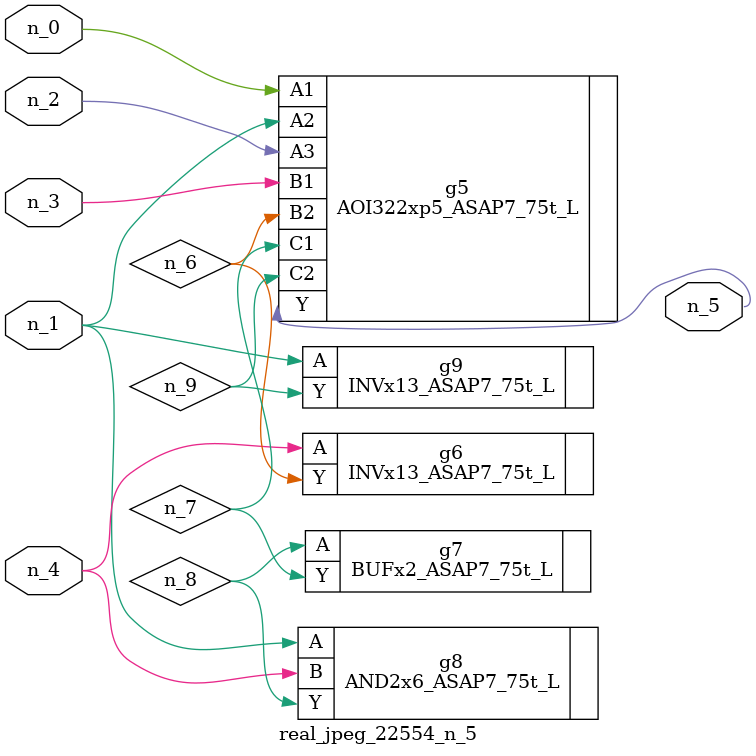
<source format=v>
module real_jpeg_22554_n_5 (n_4, n_0, n_1, n_2, n_3, n_5);

input n_4;
input n_0;
input n_1;
input n_2;
input n_3;

output n_5;

wire n_8;
wire n_6;
wire n_7;
wire n_9;

AOI322xp5_ASAP7_75t_L g5 ( 
.A1(n_0),
.A2(n_1),
.A3(n_2),
.B1(n_3),
.B2(n_6),
.C1(n_7),
.C2(n_9),
.Y(n_5)
);

AND2x6_ASAP7_75t_L g8 ( 
.A(n_1),
.B(n_4),
.Y(n_8)
);

INVx13_ASAP7_75t_L g9 ( 
.A(n_1),
.Y(n_9)
);

INVx13_ASAP7_75t_L g6 ( 
.A(n_4),
.Y(n_6)
);

BUFx2_ASAP7_75t_L g7 ( 
.A(n_8),
.Y(n_7)
);


endmodule
</source>
